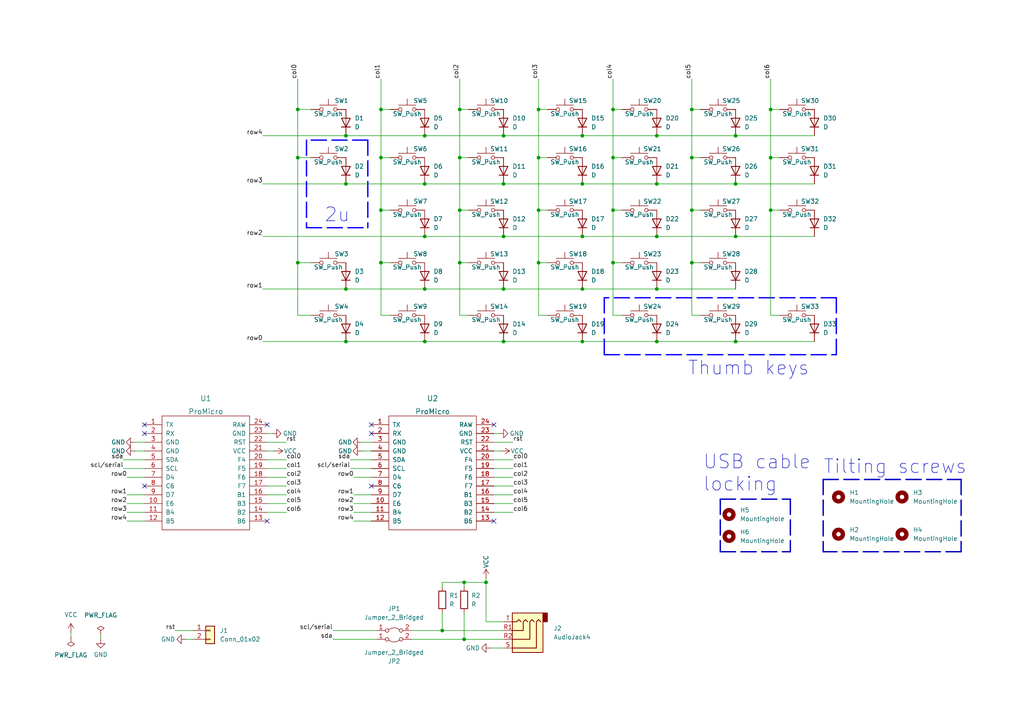
<source format=kicad_sch>
(kicad_sch (version 20211123) (generator eeschema)
  (paper "A4")
  (title_block (title "Ergodash-low") (date "2023-03-27") (rev "1.0"))
  (lib_symbols
    (symbol "Connector:AudioJack4"
      (property "Reference" "J" (at 0 8.89 0))
      (property "Value" "AudioJack4" (at 0 6.35 0))
      (symbol "AudioJack4_0_1"
        (rectangle (start -6.35 -5.08) (end -7.62 -7.62) (stroke (width 0.254)) (fill (type outline)))
        (polyline (pts (xy 0 -5.08) (xy 0.635 -5.715) (xy 1.27 -5.08) (xy 2.54 -5.08)) (stroke (width 0.254)))
        (polyline (pts (xy -5.715 -5.08) (xy -5.08 -5.715) (xy -4.445 -5.08) (xy -4.445 2.54) (xy 2.54 2.54)) (stroke (width 0.254)))
        (polyline (pts (xy -1.905 -5.08) (xy -1.27 -5.715) (xy -0.635 -5.08) (xy -0.635 -2.54) (xy 2.54 -2.54)) (stroke (width 0.254)))
        (polyline (pts (xy 2.54 0) (xy -2.54 0) (xy -2.54 -5.08) (xy -3.175 -5.715) (xy -3.81 -5.08)) (stroke (width 0.254)))
        (rectangle (start 2.54 3.81) (end -6.35 -7.62) (stroke (width 0.254)) (fill (type background)))
      )
      (symbol "AudioJack4_1_1"
        (pin passive line (at 5.08 -2.54 180) (length 2.54) (name "~") (number "R1"))
        (pin passive line (at 5.08 0 180) (length 2.54) (name "~") (number "R2"))
        (pin passive line (at 5.08 2.54 180) (length 2.54) (name "~") (number "S"))
        (pin passive line (at 5.08 -5.08 180) (length 2.54) (name "~") (number "T"))
      )
    )
    (symbol "Connector_Generic:Conn_01x02" (pin_names (offset 1.016) hide)
      (property "Reference" "J" (at 0 2.54 0))
      (property "Value" "Conn_01x02" (at 0 -5.08 0))
      (symbol "Conn_01x02_1_1"
        (rectangle (start -1.27 -2.413) (end 0 -2.667) (stroke (width 0.1524)))
        (rectangle (start -1.27 0.127) (end 0 -0.127) (stroke (width 0.1524)))
        (rectangle (start -1.27 1.27) (end 1.27 -3.81) (stroke (width 0.254)) (fill (type background)))
        (pin passive line (at -5.08 0 0) (length 3.81) (name "Pin_1") (number "1"))
        (pin passive line (at -5.08 -2.54 0) (length 3.81) (name "Pin_2") (number "2"))
      )
    )
    (symbol "Device:D" (pin_numbers hide) (pin_names (offset 1.016) hide)
      (property "Reference" "D" (at 0 2.54 0))
      (property "Value" "D" (at 0 -2.54 0))
      (symbol "D_0_1"
        (polyline (pts (xy -1.27 1.27) (xy -1.27 -1.27)) (stroke (width 0.254)))
        (polyline (pts (xy 1.27 0) (xy -1.27 0)))
        (polyline (pts (xy 1.27 1.27) (xy 1.27 -1.27) (xy -1.27 0) (xy 1.27 1.27)) (stroke (width 0.254)))
      )
      (symbol "D_1_1"
        (pin passive line (at -3.81 0 0) (length 2.54) (name "K") (number "1"))
        (pin passive line (at 3.81 0 180) (length 2.54) (name "A") (number "2"))
      )
    )
    (symbol "Device:R" (pin_numbers hide) (pin_names (offset 0))
      (property "Reference" "R" (at 2.032 0 90))
      (property "Value" "R" (at 0 0 90))
      (symbol "R_0_1"
        (rectangle (start -1.016 -2.54) (end 1.016 2.54) (stroke (width 0.254)))
      )
      (symbol "R_1_1"
        (pin passive line (at 0 3.81 270) (length 1.27) (name "~") (number "1"))
        (pin passive line (at 0 -3.81 90) (length 1.27) (name "~") (number "2"))
      )
    )
    (symbol "Jumper:Jumper_2_Bridged" (pin_names (offset 0) hide)
      (property "Reference" "JP" (at 0 1.905 0))
      (property "Value" "Jumper_2_Bridged" (at 0 -2.54 0))
      (symbol "Jumper_2_Bridged_0_0"
        (circle (center -2.032 0) (radius 0.508))
        (circle (center 2.032 0) (radius 0.508))
      )
      (symbol "Jumper_2_Bridged_0_1"
        (arc (start 1.524 0.254) (mid 0 0.762) (end -1.524 0.254))
      )
      (symbol "Jumper_2_Bridged_1_1"
        (pin passive line (at -5.08 0 0) (length 2.54) (name "A") (number "1"))
        (pin passive line (at 5.08 0 180) (length 2.54) (name "B") (number "2"))
      )
    )
    (symbol "Mechanical:MountingHole" (pin_names (offset 1.016))
      (property "Reference" "H" (at 0 5.08 0))
      (property "Value" "MountingHole" (at 0 3.175 0))
      (symbol "MountingHole_0_1"
        (circle (center 0 0) (radius 1.27) (stroke (width 1.27)))
      )
    )
    (symbol "Switch:SW_Push" (pin_numbers hide) (pin_names (offset 1.016) hide)
      (property "Reference" "SW" (at 1.27 2.54 0))
      (property "Value" "SW_Push" (at 0 -1.524 0))
      (symbol "SW_Push_0_1"
        (circle (center -2.032 0) (radius 0.508))
        (polyline (pts (xy 0 1.27) (xy 0 3.048)))
        (polyline (pts (xy 2.54 1.27) (xy -2.54 1.27)))
        (circle (center 2.032 0) (radius 0.508))
        (pin passive line (at -5.08 0 0) (length 2.54) (name "1") (number "1"))
        (pin passive line (at 5.08 0 180) (length 2.54) (name "2") (number "2"))
      )
    )
    (symbol "power:GND" (power) (pin_names (offset 0))
      (property "Value" "GND" (at 0 -3.81 0))
      (symbol "GND_0_1"
        (polyline (pts (xy 0 0) (xy 0 -1.27) (xy 1.27 -1.27) (xy 0 -2.54) (xy -1.27 -1.27) (xy 0 -1.27)))
      )
      (symbol "GND_1_1"
        (pin power_in line (at 0 0 270) (length 0) hide (name "GND") (number "1"))
      )
    )
    (symbol "power:PWR_FLAG" (power) (pin_numbers hide) (pin_names (offset 0) hide)
      (property "Value" "PWR_FLAG" (at 0 3.81 0))
      (symbol "PWR_FLAG_0_0"
        (pin power_out line (at 0 0 90) (length 0) (name "pwr") (number "1"))
      )
      (symbol "PWR_FLAG_0_1"
        (polyline (pts (xy 0 0) (xy 0 1.27) (xy -1.016 1.905) (xy 0 2.54) (xy 1.016 1.905) (xy 0 1.27)))
      )
    )
    (symbol "power:VCC" (power) (pin_names (offset 0))
      (property "Value" "VCC" (at 0 3.81 0))
      (symbol "VCC_0_1"
        (polyline (pts (xy -0.762 1.27) (xy 0 2.54)))
        (polyline (pts (xy 0 0) (xy 0 2.54)))
        (polyline (pts (xy 0 2.54) (xy 0.762 1.27)))
      )
      (symbol "VCC_1_1"
        (pin power_in line (at 0 0 90) (length 0) hide (name "VCC") (number "1"))
      )
    )
    (symbol "promicro:ProMicro" (pin_names (offset 1.016))
      (property "Reference" "U" (at 0 24.13 0))
      (property "Value" "ProMicro" (at 0 -13.97 0))
      (symbol "ProMicro_0_1"
        (rectangle (start -12.7 21.59) (end 12.7 -11.43))
      )
      (symbol "ProMicro_1_1"
        (pin bidirectional line (at -17.78 19.05 0) (length 5.08) (name "TX") (number "1"))
        (pin bidirectional line (at -17.78 -3.81 0) (length 5.08) (name "E6") (number "10"))
        (pin bidirectional line (at -17.78 -6.35 0) (length 5.08) (name "B4") (number "11"))
        (pin bidirectional line (at -17.78 -8.89 0) (length 5.08) (name "B5") (number "12"))
        (pin bidirectional line (at 17.78 -8.89 180) (length 5.08) (name "B6") (number "13"))
        (pin bidirectional line (at 17.78 -6.35 180) (length 5.08) (name "B2") (number "14"))
        (pin bidirectional line (at 17.78 -3.81 180) (length 5.08) (name "B3") (number "15"))
        (pin bidirectional line (at 17.78 -1.27 180) (length 5.08) (name "B1") (number "16"))
        (pin bidirectional line (at 17.78 1.27 180) (length 5.08) (name "F7") (number "17"))
        (pin bidirectional line (at 17.78 3.81 180) (length 5.08) (name "F6") (number "18"))
        (pin bidirectional line (at 17.78 6.35 180) (length 5.08) (name "F5") (number "19"))
        (pin bidirectional line (at -17.78 16.51 0) (length 5.08) (name "RX") (number "2"))
        (pin bidirectional line (at 17.78 8.89 180) (length 5.08) (name "F4") (number "20"))
        (pin power_in line (at 17.78 11.43 180) (length 5.08) (name "VCC") (number "21"))
        (pin input line (at 17.78 13.97 180) (length 5.08) (name "RST") (number "22"))
        (pin power_in line (at 17.78 16.51 180) (length 5.08) (name "GND") (number "23"))
        (pin power_out line (at 17.78 19.05 180) (length 5.08) (name "RAW") (number "24"))
        (pin power_in line (at -17.78 13.97 0) (length 5.08) (name "GND") (number "3"))
        (pin power_in line (at -17.78 11.43 0) (length 5.08) (name "GND") (number "4"))
        (pin bidirectional line (at -17.78 8.89 0) (length 5.08) (name "SDA") (number "5"))
        (pin bidirectional line (at -17.78 6.35 0) (length 5.08) (name "SCL") (number "6"))
        (pin bidirectional line (at -17.78 3.81 0) (length 5.08) (name "D4") (number "7"))
        (pin bidirectional line (at -17.78 1.27 0) (length 5.08) (name "C6") (number "8"))
        (pin bidirectional line (at -17.78 -1.27 0) (length 5.08) (name "D7") (number "9"))
      )
    )
  )
  (junction (at 190.5 83.82))
  (junction (at 86.36 76.2))
  (junction (at 213.36 39.37))
  (junction (at 156.21 76.2))
  (junction (at 146.05 68.58))
  (junction (at 146.05 39.37))
  (junction (at 168.91 68.58))
  (junction (at 177.8 60.96))
  (junction (at 200.66 60.96))
  (junction (at 177.8 76.2))
  (junction (at 123.19 39.37))
  (junction (at 123.19 83.82))
  (junction (at 128.27 182.88))
  (junction (at 110.49 45.72))
  (junction (at 133.35 31.75))
  (junction (at 168.91 39.37))
  (junction (at 133.35 76.2))
  (junction (at 134.62 168.91))
  (junction (at 156.21 31.75))
  (junction (at 156.21 60.96))
  (junction (at 223.52 45.72))
  (junction (at 190.5 39.37))
  (junction (at 140.97 168.91))
  (junction (at 200.66 31.75))
  (junction (at 123.19 68.58))
  (junction (at 123.19 99.06))
  (junction (at 168.91 99.06))
  (junction (at 177.8 45.72))
  (junction (at 100.33 39.37))
  (junction (at 200.66 76.2))
  (junction (at 177.8 31.75))
  (junction (at 223.52 31.75))
  (junction (at 133.35 45.72))
  (junction (at 156.21 45.72))
  (junction (at 190.5 99.06))
  (junction (at 213.36 53.34))
  (junction (at 146.05 83.82))
  (junction (at 190.5 53.34))
  (junction (at 100.33 83.82))
  (junction (at 223.52 60.96))
  (junction (at 110.49 60.96))
  (junction (at 213.36 68.58))
  (junction (at 146.05 99.06))
  (junction (at 190.5 68.58))
  (junction (at 100.33 53.34))
  (junction (at 133.35 60.96))
  (junction (at 168.91 83.82))
  (junction (at 100.33 99.06))
  (junction (at 213.36 99.06))
  (junction (at 146.05 53.34))
  (junction (at 168.91 53.34))
  (junction (at 110.49 76.2))
  (junction (at 134.62 185.42))
  (junction (at 110.49 31.75))
  (junction (at 200.66 45.72))
  (junction (at 123.19 53.34))
  (junction (at 86.36 45.72))
  (junction (at 86.36 31.75))
  (no_connect (at 77.47 151.13))
  (no_connect (at 107.696 123.19))
  (no_connect (at 107.696 140.97))
  (no_connect (at 41.91 123.19))
  (no_connect (at 41.91 140.97))
  (no_connect (at 143.256 123.19))
  (no_connect (at 107.696 125.73))
  (no_connect (at 77.47 123.19))
  (no_connect (at 143.256 151.13))
  (no_connect (at 41.91 125.73))
  (wire (pts (xy 213.36 68.58) (xy 236.22 68.58)))
  (wire (pts (xy 50.8 182.88) (xy 55.88 182.88)))
  (wire (pts (xy 29.21 184.15) (xy 29.21 185.42)))
  (wire (pts (xy 96.52 185.42) (xy 109.22 185.42)))
  (wire (pts (xy 86.36 22.86) (xy 86.36 31.75)))
  (wire (pts (xy 177.8 22.86) (xy 177.8 31.75)))
  (wire (pts (xy 223.52 22.86) (xy 223.52 31.75)))
  (wire (pts (xy 175.26 102.87) (xy 242.57 102.87)) (stroke (width 0.4) (type dash) (color 11 1 255 1)))
  (wire (pts (xy 223.52 91.44) (xy 226.06 91.44)))
  (wire (pts (xy 128.27 168.91) (xy 134.62 168.91)))
  (wire (pts (xy 76.2 99.06) (xy 100.33 99.06)))
  (wire (pts (xy 200.66 45.72) (xy 203.2 45.72)))
  (wire (pts (xy 190.5 68.58) (xy 213.36 68.58)))
  (wire (pts (xy 200.66 31.75) (xy 200.66 45.72)))
  (wire (pts (xy 135.89 91.44) (xy 133.35 91.44)))
  (wire (pts (xy 133.35 45.72) (xy 135.89 45.72)))
  (wire (pts (xy 83.058 148.59) (xy 77.47 148.59)))
  (wire (pts (xy 96.52 182.88) (xy 109.22 182.88)))
  (wire (pts (xy 86.36 76.2) (xy 86.36 91.44)))
  (wire (pts (xy 76.2 39.37) (xy 100.33 39.37)))
  (wire (pts (xy 133.35 31.75) (xy 133.35 45.72)))
  (wire (pts (xy 156.21 76.2) (xy 158.75 76.2)))
  (wire (pts (xy 177.8 60.96) (xy 180.34 60.96)))
  (wire (pts (xy 110.49 31.75) (xy 110.49 45.72)))
  (wire (pts (xy 110.49 76.2) (xy 113.03 76.2)))
  (wire (pts (xy 133.35 31.75) (xy 135.89 31.75)))
  (wire (pts (xy 36.83 146.05) (xy 41.91 146.05)))
  (wire (pts (xy 83.058 133.35) (xy 77.47 133.35)))
  (wire (pts (xy 223.52 45.72) (xy 223.52 60.96)))
  (wire (pts (xy 86.36 31.75) (xy 90.17 31.75)))
  (wire (pts (xy 86.36 76.2) (xy 90.17 76.2)))
  (wire (pts (xy 100.33 99.06) (xy 123.19 99.06)))
  (polyline (pts (xy 278.765 160.02) (xy 238.76 160.02)) (stroke (width 0.4)))
  (wire (pts (xy 100.33 53.34) (xy 123.19 53.34)))
  (polyline (pts (xy 229.235 144.78) (xy 229.235 160.02)) (stroke (width 0.4)))
  (wire (pts (xy 83.058 128.27) (xy 77.47 128.27)))
  (wire (pts (xy 223.52 45.72) (xy 226.06 45.72)))
  (wire (pts (xy 110.49 22.86) (xy 110.49 31.75)))
  (wire (pts (xy 79.502 130.81) (xy 77.47 130.81)))
  (wire (pts (xy 200.66 22.86) (xy 200.66 31.75)))
  (wire (pts (xy 146.05 83.82) (xy 168.91 83.82)))
  (wire (pts (xy 102.616 143.51) (xy 107.696 143.51)))
  (wire (pts (xy 133.35 60.96) (xy 135.89 60.96)))
  (wire (pts (xy 144.78 125.73) (xy 143.256 125.73)))
  (wire (pts (xy 223.52 31.75) (xy 223.52 45.72)))
  (polyline (pts (xy 208.915 144.78) (xy 208.915 160.02)) (stroke (width 0.4)))
  (wire (pts (xy 83.058 138.43) (xy 77.47 138.43)))
  (wire (pts (xy 200.66 60.96) (xy 200.66 76.2)))
  (wire (pts (xy 168.91 68.58) (xy 190.5 68.58)))
  (wire (pts (xy 242.57 86.36) (xy 175.26 86.36)) (stroke (width 0.4) (type dash) (color 11 1 255 1)))
  (wire (pts (xy 156.21 60.96) (xy 156.21 76.2)))
  (wire (pts (xy 119.38 185.42) (xy 134.62 185.42)))
  (wire (pts (xy 242.57 86.36) (xy 242.57 102.87)) (stroke (width 0.4) (type dash) (color 11 1 255 1)))
  (wire (pts (xy 39.116 128.27) (xy 41.91 128.27)))
  (wire (pts (xy 200.66 76.2) (xy 200.66 91.44)))
  (wire (pts (xy 123.19 83.82) (xy 146.05 83.82)))
  (polyline (pts (xy 208.915 144.78) (xy 229.235 144.78)) (stroke (width 0.4)))
  (wire (pts (xy 168.91 99.06) (xy 190.5 99.06)))
  (wire (pts (xy 110.49 45.72) (xy 113.03 45.72)))
  (wire (pts (xy 110.49 60.96) (xy 113.03 60.96)))
  (wire (pts (xy 36.83 138.43) (xy 41.91 138.43)))
  (wire (pts (xy 83.058 135.89) (xy 77.47 135.89)))
  (wire (pts (xy 86.36 91.44) (xy 90.17 91.44)))
  (wire (pts (xy 36.83 148.59) (xy 41.91 148.59)))
  (wire (pts (xy 190.5 99.06) (xy 213.36 99.06)))
  (wire (pts (xy 101.6 133.35) (xy 107.696 133.35)))
  (wire (pts (xy 140.97 168.91) (xy 140.97 167.64)))
  (wire (pts (xy 86.36 45.72) (xy 86.36 76.2)))
  (wire (pts (xy 128.27 182.88) (xy 146.05 182.88)))
  (wire (pts (xy 177.8 91.44) (xy 180.34 91.44)))
  (wire (pts (xy 177.8 45.72) (xy 177.8 60.96)))
  (wire (pts (xy 223.52 31.75) (xy 226.06 31.75)))
  (wire (pts (xy 53.848 185.42) (xy 55.88 185.42)))
  (wire (pts (xy 119.38 182.88) (xy 128.27 182.88)))
  (wire (pts (xy 156.21 60.96) (xy 158.75 60.96)))
  (wire (pts (xy 83.058 146.05) (xy 77.47 146.05)))
  (wire (pts (xy 146.05 99.06) (xy 168.91 99.06)))
  (wire (pts (xy 148.844 138.43) (xy 143.256 138.43)))
  (wire (pts (xy 104.902 128.27) (xy 107.696 128.27)))
  (polyline (pts (xy 238.76 139.065) (xy 278.765 139.065)) (stroke (width 0.4)))
  (wire (pts (xy 133.35 60.96) (xy 133.35 76.2)))
  (wire (pts (xy 110.49 60.96) (xy 110.49 76.2)))
  (wire (pts (xy 148.844 135.89) (xy 143.256 135.89)))
  (wire (pts (xy 148.844 148.59) (xy 143.256 148.59)))
  (wire (pts (xy 200.66 31.75) (xy 203.2 31.75)))
  (wire (pts (xy 106.68 40.64) (xy 88.9 40.64)) (stroke (width 0.4) (type dash) (color 11 1 255 1)))
  (wire (pts (xy 168.91 39.37) (xy 190.5 39.37)))
  (wire (pts (xy 213.36 39.37) (xy 236.22 39.37)))
  (wire (pts (xy 148.844 133.35) (xy 143.256 133.35)))
  (wire (pts (xy 148.844 140.97) (xy 143.256 140.97)))
  (wire (pts (xy 148.844 128.27) (xy 143.256 128.27)))
  (wire (pts (xy 148.844 146.05) (xy 143.256 146.05)))
  (wire (pts (xy 76.2 83.82) (xy 100.33 83.82)))
  (wire (pts (xy 123.19 39.37) (xy 146.05 39.37)))
  (wire (pts (xy 88.9 40.64) (xy 88.9 66.04)) (stroke (width 0.4) (type dash) (color 11 1 255 1)))
  (wire (pts (xy 123.19 68.58) (xy 146.05 68.58)))
  (wire (pts (xy 145.288 130.81) (xy 143.256 130.81)))
  (wire (pts (xy 35.814 133.35) (xy 41.91 133.35)))
  (wire (pts (xy 36.83 151.13) (xy 41.91 151.13)))
  (wire (pts (xy 104.902 130.81) (xy 107.696 130.81)))
  (polyline (pts (xy 278.765 139.065) (xy 278.765 160.02)) (stroke (width 0.4)))
  (wire (pts (xy 106.68 40.64) (xy 106.68 66.04)) (stroke (width 0.4) (type dash) (color 11 1 255 1)))
  (wire (pts (xy 177.8 31.75) (xy 180.34 31.75)))
  (wire (pts (xy 140.97 180.34) (xy 140.97 168.91)))
  (wire (pts (xy 177.8 76.2) (xy 180.34 76.2)))
  (polyline (pts (xy 208.915 160.02) (xy 229.235 160.02)) (stroke (width 0.4)))
  (wire (pts (xy 88.9 66.04) (xy 106.68 66.04)) (stroke (width 0.4) (type dash) (color 11 1 255 1)))
  (wire (pts (xy 200.66 45.72) (xy 200.66 60.96)))
  (wire (pts (xy 86.36 31.75) (xy 86.36 45.72)))
  (wire (pts (xy 102.616 151.13) (xy 107.696 151.13)))
  (wire (pts (xy 190.5 53.34) (xy 213.36 53.34)))
  (wire (pts (xy 133.35 76.2) (xy 133.35 91.44)))
  (wire (pts (xy 90.17 45.72) (xy 86.36 45.72)))
  (wire (pts (xy 168.91 53.34) (xy 190.5 53.34)))
  (wire (pts (xy 146.05 68.58) (xy 168.91 68.58)))
  (wire (pts (xy 134.62 177.8) (xy 134.62 185.42)))
  (wire (pts (xy 83.058 143.51) (xy 77.47 143.51)))
  (wire (pts (xy 35.814 135.89) (xy 41.91 135.89)))
  (wire (pts (xy 76.2 68.58) (xy 123.19 68.58)))
  (wire (pts (xy 83.058 140.97) (xy 77.47 140.97)))
  (wire (pts (xy 128.27 170.18) (xy 128.27 168.91)))
  (wire (pts (xy 177.8 45.72) (xy 180.34 45.72)))
  (wire (pts (xy 20.574 184.912) (xy 20.574 183.388)))
  (wire (pts (xy 100.33 83.82) (xy 123.19 83.82)))
  (wire (pts (xy 223.52 60.96) (xy 223.52 91.44)))
  (wire (pts (xy 177.8 76.2) (xy 177.8 91.44)))
  (wire (pts (xy 168.91 83.82) (xy 190.5 83.82)))
  (wire (pts (xy 123.19 99.06) (xy 146.05 99.06)))
  (wire (pts (xy 113.03 91.44) (xy 110.49 91.44)))
  (wire (pts (xy 102.616 148.59) (xy 107.696 148.59)))
  (wire (pts (xy 177.8 31.75) (xy 177.8 45.72)))
  (wire (pts (xy 223.52 60.96) (xy 226.06 60.96)))
  (wire (pts (xy 146.05 53.34) (xy 168.91 53.34)))
  (wire (pts (xy 146.05 180.34) (xy 140.97 180.34)))
  (wire (pts (xy 134.62 168.91) (xy 140.97 168.91)))
  (wire (pts (xy 148.844 143.51) (xy 143.256 143.51)))
  (wire (pts (xy 156.21 76.2) (xy 156.21 91.44)))
  (wire (pts (xy 146.05 39.37) (xy 168.91 39.37)))
  (wire (pts (xy 133.35 45.72) (xy 133.35 60.96)))
  (wire (pts (xy 200.66 91.44) (xy 203.2 91.44)))
  (wire (pts (xy 177.8 60.96) (xy 177.8 76.2)))
  (wire (pts (xy 213.36 53.34) (xy 236.22 53.34)))
  (wire (pts (xy 110.49 31.75) (xy 113.03 31.75)))
  (wire (pts (xy 39.116 130.81) (xy 41.91 130.81)))
  (wire (pts (xy 110.49 76.2) (xy 110.49 91.44)))
  (wire (pts (xy 101.6 135.89) (xy 107.696 135.89)))
  (wire (pts (xy 134.62 185.42) (xy 146.05 185.42)))
  (wire (pts (xy 102.616 138.43) (xy 107.696 138.43)))
  (wire (pts (xy 135.89 76.2) (xy 133.35 76.2)))
  (wire (pts (xy 200.66 76.2) (xy 203.2 76.2)))
  (wire (pts (xy 100.33 39.37) (xy 123.19 39.37)))
  (wire (pts (xy 110.49 45.72) (xy 110.49 60.96)))
  (wire (pts (xy 134.62 170.18) (xy 134.62 168.91)))
  (wire (pts (xy 123.19 53.34) (xy 146.05 53.34)))
  (wire (pts (xy 156.21 22.86) (xy 156.21 31.75)))
  (wire (pts (xy 36.83 143.51) (xy 41.91 143.51)))
  (wire (pts (xy 78.994 125.73) (xy 77.47 125.73)))
  (wire (pts (xy 102.616 146.05) (xy 107.696 146.05)))
  (wire (pts (xy 156.21 31.75) (xy 158.75 31.75)))
  (wire (pts (xy 213.36 99.06) (xy 236.22 99.06)))
  (wire (pts (xy 128.27 177.8) (xy 128.27 182.88)))
  (wire (pts (xy 76.2 53.34) (xy 100.33 53.34)))
  (wire (pts (xy 190.5 39.37) (xy 213.36 39.37)))
  (wire (pts (xy 190.5 83.82) (xy 213.36 83.82)))
  (wire (pts (xy 156.21 31.75) (xy 156.21 45.72)))
  (wire (pts (xy 133.35 22.86) (xy 133.35 31.75)))
  (wire (pts (xy 175.26 86.36) (xy 175.26 102.87)) (stroke (width 0.4) (type dash) (color 11 1 255 1)))
  (wire (pts (xy 200.66 60.96) (xy 203.2 60.96)))
  (wire (pts (xy 156.21 45.72) (xy 156.21 60.96)))
  (wire (pts (xy 156.21 45.72) (xy 158.75 45.72)))
  (wire (pts (xy 158.75 91.44) (xy 156.21 91.44)))
  (wire (pts (xy 142.24 187.96) (xy 146.05 187.96)))
  (polyline (pts (xy 238.76 139.065) (xy 238.76 160.02)) (stroke (width 0.4)))
  (text "2u\n" (at 93.98 64.77 0) (effects (font (size 4 4)) (justify left bottom)))
  (text "USB cable\nlocking" (at 203.835 142.875 0) (effects (font (size 4 4)) (justify left bottom)))
  (text "Tilting screws" (at 238.76 137.795 0) (effects (font (size 4 4)) (justify left bottom)))
  (text "Thumb keys" (at 199.39 109.22 0) (effects (font (size 4 4)) (justify left bottom)))
  (label "col1" (at 110.49 22.86 90))
  (label "row0" (at 102.616 138.43 180))
  (label "col6" (at 83.058 148.59 0))
  (label "col1" (at 148.844 135.89 0))
  (label "col3" (at 156.21 22.86 90))
  (label "row3" (at 76.2 53.34 180))
  (label "col5" (at 83.058 146.05 0))
  (label "row2" (at 36.83 146.05 180))
  (label "col2" (at 148.844 138.43 0))
  (label "col3" (at 148.844 140.97 0))
  (label "sda" (at 96.52 185.42 180))
  (label "col3" (at 83.058 140.97 0))
  (label "col2" (at 83.058 138.43 0))
  (label "scl{slash}serial" (at 35.814 135.89 180))
  (label "rst" (at 148.844 128.27 0))
  (label "row4" (at 102.616 151.13 180))
  (label "row1" (at 102.616 143.51 180))
  (label "row0" (at 36.83 138.43 180))
  (label "col4" (at 177.8 22.86 90))
  (label "col0" (at 86.36 22.86 90))
  (label "row1" (at 36.83 143.51 180))
  (label "row4" (at 76.2 39.37 180))
  (label "sda" (at 101.6 133.35 180))
  (label "col5" (at 200.66 22.86 90))
  (label "col4" (at 148.844 143.51 0))
  (label "row4" (at 36.83 151.13 180))
  (label "scl{slash}serial" (at 96.52 182.88 180))
  (label "col6" (at 223.52 22.86 90))
  (label "col1" (at 83.058 135.89 0))
  (label "row3" (at 36.83 148.59 180))
  (label "rst" (at 83.058 128.27 0))
  (label "row3" (at 102.616 148.59 180))
  (label "col2" (at 133.35 22.86 90))
  (label "row0" (at 76.2 99.06 180))
  (label "col0" (at 148.844 133.35 0))
  (label "col0" (at 83.058 133.35 0))
  (label "row1" (at 76.2 83.82 180))
  (label "col4" (at 83.058 143.51 0))
  (label "col5" (at 148.844 146.05 0))
  (label "col6" (at 148.844 148.59 0))
  (label "rst" (at 50.8 182.88 180))
  (label "sda" (at 35.814 133.35 180))
  (label "row2" (at 102.616 146.05 180))
  (label "row2" (at 76.2 68.58 180))
  (label "scl{slash}serial" (at 101.6 135.89 180))
  (symbol (lib_id "Switch:SW_Push") (at 163.83 31.75 0) (unit 1)
    (property "Reference" "SW15" (at 167.64 29.21 0))
    (property "Value" "SW_Push" (at 163.83 33.02 0))
    (property "Footprint" "local-lib:gateron_ks27_reversible" (effects hide))
  )
  (symbol (lib_id "Device:D") (at 123.19 64.77 90) (unit 1)
    (property "Reference" "D7" (at 125.73 63.4999 90) (effects (justify right)))
    (property "Value" "D" (at 125.73 66.0399 90) (effects (justify right)))
    (property "Footprint" "local-lib:D_SOD-123-reversible" (effects hide))
  )
  (symbol (lib_id "Device:D") (at 168.91 95.25 90) (unit 1)
    (property "Reference" "D19" (at 171.45 93.9799 90) (effects (justify right)))
    (property "Value" "D" (at 171.45 96.5199 90) (effects (justify right)))
    (property "Footprint" "local-lib:D_SOD-123-reversible" (effects hide))
  )
  (symbol (lib_id "Device:D") (at 168.91 49.53 90) (unit 1)
    (property "Reference" "D16" (at 171.45 48.2599 90) (effects (justify right)))
    (property "Value" "D" (at 171.45 50.7999 90) (effects (justify right)))
    (property "Footprint" "local-lib:D_SOD-123-reversible" (effects hide))
  )
  (symbol (lib_id "Switch:SW_Push") (at 140.97 31.75 0) (unit 1)
    (property "Reference" "SW10" (at 144.78 29.21 0))
    (property "Value" "SW_Push" (at 140.97 33.02 0))
    (property "Footprint" "local-lib:gateron_ks27_reversible" (effects hide))
  )
  (symbol (lib_id "Device:D") (at 123.19 95.25 90) (unit 1)
    (property "Reference" "D9" (at 125.73 93.9799 90) (effects (justify right)))
    (property "Value" "D" (at 125.73 96.5199 90) (effects (justify right)))
    (property "Footprint" "local-lib:D_SOD-123-reversible" (effects hide))
  )
  (symbol (lib_id "Device:D") (at 100.33 35.56 90) (unit 1)
    (property "Reference" "D1" (at 102.87 34.2899 90) (effects (justify right)))
    (property "Value" "D" (at 102.87 36.8299 90) (effects (justify right)))
    (property "Footprint" "local-lib:D_SOD-123-reversible" (effects hide))
  )
  (symbol (lib_id "Switch:SW_Push") (at 208.28 60.96 0) (unit 1)
    (property "Reference" "SW27" (at 212.09 58.42 0))
    (property "Value" "SW_Push" (at 208.28 62.23 0))
    (property "Footprint" "local-lib:gateron_ks27_reversible" (effects hide))
  )
  (symbol (lib_id "Jumper:Jumper_2_Bridged") (at 114.3 185.42 0) (mirror x) (unit 1)
    (property "Reference" "JP2" (at 114.3 191.77 0))
    (property "Value" "Jumper_2_Bridged" (at 114.3 189.23 0))
    (property "Footprint" "Jumper:SolderJumper-2_P1.3mm_Bridged_RoundedPad1.0x1.5mm" (effects hide))
  )
  (symbol (lib_id "Switch:SW_Push") (at 185.42 76.2 0) (unit 1)
    (property "Reference" "SW23" (at 189.23 73.66 0))
    (property "Value" "SW_Push" (at 185.42 77.47 0))
    (property "Footprint" "local-lib:gateron_ks27_reversible" (effects hide))
  )
  (symbol (lib_id "Device:D") (at 213.36 80.01 90) (unit 1)
    (property "Reference" "D28" (at 215.9 78.7399 90) (effects (justify right)))
    (property "Value" "D" (at 215.9 81.2799 90) (effects (justify right)))
    (property "Footprint" "local-lib:D_SOD-123-reversible" (effects hide))
  )
  (symbol (lib_id "Device:D") (at 123.19 49.53 90) (unit 1)
    (property "Reference" "D6" (at 125.73 48.2599 90) (effects (justify right)))
    (property "Value" "D" (at 125.73 50.7999 90) (effects (justify right)))
    (property "Footprint" "local-lib:D_SOD-123-reversible" (effects hide))
  )
  (symbol (lib_id "Device:R") (at 128.27 173.99 0) (unit 1)
    (property "Reference" "R1" (at 130.302 172.7199 0) (effects (justify left)))
    (property "Value" "R" (at 130.302 175.2599 0) (effects (justify left)))
    (property "Footprint" "Resistor_SMD:R_0603_1608Metric_Pad0.98x0.95mm_HandSolder" (effects hide))
  )
  (symbol (lib_id "Device:D") (at 146.05 95.25 90) (unit 1)
    (property "Reference" "D14" (at 148.59 93.9799 90) (effects (justify right)))
    (property "Value" "D" (at 148.59 96.5199 90) (effects (justify right)))
    (property "Footprint" "local-lib:D_SOD-123-reversible" (effects hide))
  )
  (symbol (lib_id "Switch:SW_Push") (at 118.11 76.2 0) (unit 1)
    (property "Reference" "SW8" (at 121.92 73.66 0))
    (property "Value" "SW_Push" (at 118.11 77.47 0))
    (property "Footprint" "local-lib:gateron_ks27_reversible" (effects hide))
  )
  (symbol (lib_id "power:GND") (at 144.78 125.73 90) (unit 1)
    (property "Reference" "#PWR012" (effects hide))
    (property "Value" "GND" (at 147.828 125.73 90) (effects (justify right)))
  )
  (symbol (lib_id "Switch:SW_Push") (at 231.14 60.96 0) (unit 1)
    (property "Reference" "SW32" (at 234.95 58.42 0))
    (property "Value" "SW_Push" (at 231.14 62.23 0))
    (property "Footprint" "local-lib:gateron_ks27_reversible" (effects hide))
  )
  (symbol (lib_id "Mechanical:MountingHole") (at 243.205 144.145 0) (unit 1)
    (property "Reference" "H1" (at 246.38 142.8749 0) (effects (justify left)))
    (property "Value" "MountingHole" (at 246.38 145.4149 0) (effects (justify left)))
    (property "Footprint" "MountingHole:MountingHole_5.3mm_M5" (effects hide))
  )
  (symbol (lib_id "Switch:SW_Push") (at 140.97 60.96 0) (unit 1)
    (property "Reference" "SW12" (at 144.78 58.42 0))
    (property "Value" "SW_Push" (at 140.97 62.23 0))
    (property "Footprint" "local-lib:gateron_ks27_reversible" (effects hide))
  )
  (symbol (lib_id "Switch:SW_Push") (at 231.14 31.75 0) (unit 1)
    (property "Reference" "SW30" (at 234.95 29.21 0))
    (property "Value" "SW_Push" (at 231.14 33.02 0))
    (property "Footprint" "local-lib:gateron_ks27_reversible" (effects hide))
  )
  (symbol (lib_id "Device:D") (at 213.36 35.56 90) (unit 1)
    (property "Reference" "D25" (at 215.9 34.2899 90) (effects (justify right)))
    (property "Value" "D" (at 215.9 36.8299 90) (effects (justify right)))
    (property "Footprint" "local-lib:D_SOD-123-reversible" (effects hide))
  )
  (symbol (lib_id "Device:D") (at 100.33 95.25 90) (unit 1)
    (property "Reference" "D4" (at 102.87 93.9799 90) (effects (justify right)))
    (property "Value" "D" (at 102.87 96.5199 90) (effects (justify right)))
    (property "Footprint" "local-lib:D_SOD-123-reversible" (effects hide))
  )
  (symbol (lib_id "Switch:SW_Push") (at 140.97 76.2 0) (unit 1)
    (property "Reference" "SW13" (at 144.78 73.66 0))
    (property "Value" "SW_Push" (at 140.97 77.47 0))
    (property "Footprint" "local-lib:gateron_ks27_reversible" (effects hide))
  )
  (symbol (lib_id "Switch:SW_Push") (at 208.28 45.72 0) (unit 1)
    (property "Reference" "SW26" (at 212.09 43.18 0))
    (property "Value" "SW_Push" (at 208.28 46.99 0))
    (property "Footprint" "local-lib:gateron_ks27_reversible" (effects hide))
  )
  (symbol (lib_id "Switch:SW_Push") (at 140.97 91.44 0) (unit 1)
    (property "Reference" "SW14" (at 144.78 88.9 0))
    (property "Value" "SW_Push" (at 140.97 92.71 0))
    (property "Footprint" "local-lib:gateron_ks27_reversible" (effects hide))
  )
  (symbol (lib_id "Switch:SW_Push") (at 185.42 91.44 0) (unit 1)
    (property "Reference" "SW24" (at 189.23 88.9 0))
    (property "Value" "SW_Push" (at 185.42 92.71 0))
    (property "Footprint" "local-lib:gateron_ks27_reversible" (effects hide))
  )
  (symbol (lib_id "Mechanical:MountingHole") (at 261.62 144.145 0) (unit 1)
    (property "Reference" "H3" (at 264.795 142.8749 0) (effects (justify left)))
    (property "Value" "MountingHole" (at 264.795 145.4149 0) (effects (justify left)))
    (property "Footprint" "MountingHole:MountingHole_5.3mm_M5" (effects hide))
  )
  (symbol (lib_id "Device:D") (at 213.36 64.77 90) (unit 1)
    (property "Reference" "D27" (at 215.9 63.4999 90) (effects (justify right)))
    (property "Value" "D" (at 215.9 66.0399 90) (effects (justify right)))
    (property "Footprint" "local-lib:D_SOD-123-reversible" (effects hide))
  )
  (symbol (lib_id "Device:D") (at 213.36 49.53 90) (unit 1)
    (property "Reference" "D26" (at 215.9 48.2599 90) (effects (justify right)))
    (property "Value" "D" (at 215.9 50.7999 90) (effects (justify right)))
    (property "Footprint" "local-lib:D_SOD-123-reversible" (effects hide))
  )
  (symbol (lib_id "power:VCC") (at 140.97 167.64 0) (unit 1)
    (property "Reference" "#PWR010" (effects hide))
    (property "Value" "VCC" (at 140.97 164.846 90) (effects (justify left)))
  )
  (symbol (lib_id "Switch:SW_Push") (at 163.83 45.72 0) (unit 1)
    (property "Reference" "SW16" (at 167.64 43.18 0))
    (property "Value" "SW_Push" (at 163.83 46.99 0))
    (property "Footprint" "local-lib:gateron_ks27_reversible" (effects hide))
  )
  (symbol (lib_id "promicro:ProMicro") (at 125.476 142.24 0) (unit 1)
    (property "Reference" "U2" (at 125.476 115.57 0) (effects (font (size 1.524 1.524))))
    (property "Value" "ProMicro" (at 125.476 119.38 0) (effects (font (size 1.524 1.524))))
    (property "Footprint" "local-lib:ProMicro" (effects hide))
  )
  (symbol (lib_id "Switch:SW_Push") (at 231.14 91.44 0) (unit 1)
    (property "Reference" "SW33" (at 234.95 88.9 0))
    (property "Value" "SW_Push" (at 231.14 92.71 0))
    (property "Footprint" "local-lib:gateron_ks27_reversible_stabilizer" (effects hide))
  )
  (symbol (lib_id "Switch:SW_Push") (at 163.83 76.2 0) (unit 1)
    (property "Reference" "SW18" (at 167.64 73.66 0))
    (property "Value" "SW_Push" (at 163.83 77.47 0))
    (property "Footprint" "local-lib:gateron_ks27_reversible" (effects hide))
  )
  (symbol (lib_id "Device:D") (at 190.5 49.53 90) (unit 1)
    (property "Reference" "D21" (at 193.04 48.2599 90) (effects (justify right)))
    (property "Value" "D" (at 193.04 50.7999 90) (effects (justify right)))
    (property "Footprint" "local-lib:D_SOD-123-reversible" (effects hide))
  )
  (symbol (lib_id "Switch:SW_Push") (at 163.83 91.44 0) (unit 1)
    (property "Reference" "SW19" (at 167.64 88.9 0))
    (property "Value" "SW_Push" (at 163.83 92.71 0))
    (property "Footprint" "local-lib:gateron_ks27_reversible" (effects hide))
  )
  (symbol (lib_id "power:PWR_FLAG") (at 29.21 184.15 0) (unit 1)
    (property "Reference" "#FLG02" (effects hide))
    (property "Value" "PWR_FLAG" (at 29.21 178.435 0))
  )
  (symbol (lib_id "power:GND") (at 78.994 125.73 90) (unit 1)
    (property "Reference" "#PWR06" (effects hide))
    (property "Value" "GND" (at 82.042 125.73 90) (effects (justify right)))
  )
  (symbol (lib_id "Device:D") (at 190.5 35.56 90) (unit 1)
    (property "Reference" "D20" (at 193.04 34.2899 90) (effects (justify right)))
    (property "Value" "D" (at 193.04 36.8299 90) (effects (justify right)))
    (property "Footprint" "local-lib:D_SOD-123-reversible" (effects hide))
  )
  (symbol (lib_id "Switch:SW_Push") (at 163.83 60.96 0) (unit 1)
    (property "Reference" "SW17" (at 167.64 58.42 0))
    (property "Value" "SW_Push" (at 163.83 62.23 0))
    (property "Footprint" "local-lib:gateron_ks27_reversible" (effects hide))
  )
  (symbol (lib_id "Device:D") (at 123.19 80.01 90) (unit 1)
    (property "Reference" "D8" (at 125.73 78.7399 90) (effects (justify right)))
    (property "Value" "D" (at 125.73 81.2799 90) (effects (justify right)))
    (property "Footprint" "local-lib:D_SOD-123-reversible" (effects hide))
  )
  (symbol (lib_id "Switch:SW_Push") (at 95.25 91.44 0) (unit 1)
    (property "Reference" "SW4" (at 99.06 88.9 0))
    (property "Value" "SW_Push" (at 95.25 92.71 0))
    (property "Footprint" "local-lib:gateron_ks27_reversible" (effects hide))
  )
  (symbol (lib_id "Device:D") (at 168.91 80.01 90) (unit 1)
    (property "Reference" "D18" (at 171.45 78.7399 90) (effects (justify right)))
    (property "Value" "D" (at 171.45 81.2799 90) (effects (justify right)))
    (property "Footprint" "local-lib:D_SOD-123-reversible" (effects hide))
  )
  (symbol (lib_id "Switch:SW_Push") (at 95.25 31.75 0) (unit 1)
    (property "Reference" "SW1" (at 99.06 29.21 0))
    (property "Value" "SW_Push" (at 95.25 33.02 0))
    (property "Footprint" "local-lib:gateron_ks27_reversible" (effects hide))
  )
  (symbol (lib_id "power:GND") (at 142.24 187.96 270) (unit 1)
    (property "Reference" "#PWR011" (effects hide))
    (property "Value" "GND" (at 139.192 187.96 90) (effects (justify right)))
  )
  (symbol (lib_id "power:VCC") (at 145.288 130.81 270) (unit 1)
    (property "Reference" "#PWR013" (effects hide))
    (property "Value" "VCC" (at 148.082 130.81 90) (effects (justify left)))
  )
  (symbol (lib_id "Device:D") (at 146.05 49.53 90) (unit 1)
    (property "Reference" "D11" (at 148.59 48.2599 90) (effects (justify right)))
    (property "Value" "D" (at 148.59 50.7999 90) (effects (justify right)))
    (property "Footprint" "local-lib:D_SOD-123-reversible" (effects hide))
  )
  (symbol (lib_id "Device:D") (at 213.36 95.25 90) (unit 1)
    (property "Reference" "D29" (at 215.9 93.9799 90) (effects (justify right)))
    (property "Value" "D" (at 215.9 96.5199 90) (effects (justify right)))
    (property "Footprint" "local-lib:D_SOD-123-reversible" (effects hide))
  )
  (symbol (lib_id "Mechanical:MountingHole") (at 243.205 154.94 0) (unit 1)
    (property "Reference" "H2" (at 246.38 153.6699 0) (effects (justify left)))
    (property "Value" "MountingHole" (at 246.38 156.2099 0) (effects (justify left)))
    (property "Footprint" "MountingHole:MountingHole_5.3mm_M5" (effects hide))
  )
  (symbol (lib_id "Switch:SW_Push") (at 185.42 60.96 0) (unit 1)
    (property "Reference" "SW22" (at 189.23 58.42 0))
    (property "Value" "SW_Push" (at 185.42 62.23 0))
    (property "Footprint" "local-lib:gateron_ks27_reversible" (effects hide))
  )
  (symbol (lib_id "Switch:SW_Push") (at 208.28 31.75 0) (unit 1)
    (property "Reference" "SW25" (at 212.09 29.21 0))
    (property "Value" "SW_Push" (at 208.28 33.02 0))
    (property "Footprint" "local-lib:gateron_ks27_reversible" (effects hide))
  )
  (symbol (lib_id "power:GND") (at 104.902 128.27 270) (unit 1)
    (property "Reference" "#PWR08" (effects hide))
    (property "Value" "GND" (at 98.044 128.27 90) (effects (justify left)))
  )
  (symbol (lib_id "Switch:SW_Push") (at 185.42 31.75 0) (unit 1)
    (property "Reference" "SW20" (at 189.23 29.21 0))
    (property "Value" "SW_Push" (at 185.42 33.02 0))
    (property "Footprint" "local-lib:gateron_ks27_reversible" (effects hide))
  )
  (symbol (lib_id "Mechanical:MountingHole") (at 211.455 155.575 0) (unit 1)
    (property "Reference" "H6" (at 214.63 154.3049 0) (effects (justify left)))
    (property "Value" "MountingHole" (at 214.63 156.8449 0) (effects (justify left)))
    (property "Footprint" "MountingHole:MountingHole_4mm" (effects hide))
  )
  (symbol (lib_id "Switch:SW_Push") (at 95.25 76.2 0) (unit 1)
    (property "Reference" "SW3" (at 99.06 73.66 0))
    (property "Value" "SW_Push" (at 95.25 77.47 0))
    (property "Footprint" "local-lib:gateron_ks27_reversible" (effects hide))
  )
  (symbol (lib_id "Device:D") (at 168.91 35.56 90) (unit 1)
    (property "Reference" "D15" (at 171.45 34.2899 90) (effects (justify right)))
    (property "Value" "D" (at 171.45 36.8299 90) (effects (justify right)))
    (property "Footprint" "local-lib:D_SOD-123-reversible" (effects hide))
  )
  (symbol (lib_id "Connector:AudioJack4") (at 151.13 185.42 180) (unit 1)
    (property "Reference" "J2" (at 160.528 182.2449 0) (effects (justify right)))
    (property "Value" "AudioJack4" (at 160.528 184.7849 0) (effects (justify right)))
    (property "Footprint" "local-lib:TRRS-PJ-320A-dual" (effects hide))
  )
  (symbol (lib_id "Switch:SW_Push") (at 208.28 76.2 0) (unit 1)
    (property "Reference" "SW28" (at 212.09 73.66 0))
    (property "Value" "SW_Push" (at 208.28 77.47 0))
    (property "Footprint" "local-lib:gateron_ks27_reversible" (effects hide))
  )
  (symbol (lib_id "Switch:SW_Push") (at 118.11 45.72 0) (unit 1)
    (property "Reference" "SW6" (at 121.92 43.18 0))
    (property "Value" "SW_Push" (at 118.11 46.99 0))
    (property "Footprint" "local-lib:gateron_ks27_reversible" (effects hide))
  )
  (symbol (lib_id "Switch:SW_Push") (at 118.11 60.96 0) (unit 1)
    (property "Reference" "SW7" (at 121.92 58.42 0))
    (property "Value" "SW_Push" (at 118.11 62.23 0))
    (property "Footprint" "local-lib:gateron_ks27_reversible" (effects hide))
  )
  (symbol (lib_id "promicro:ProMicro") (at 59.69 142.24 0) (unit 1)
    (property "Reference" "U1" (at 59.69 115.57 0) (effects (font (size 1.524 1.524))))
    (property "Value" "ProMicro" (at 59.69 119.38 0) (effects (font (size 1.524 1.524))))
    (property "Footprint" "local-lib:ProMicro" (effects hide))
  )
  (symbol (lib_id "Device:D") (at 190.5 64.77 90) (unit 1)
    (property "Reference" "D22" (at 193.04 63.4999 90) (effects (justify right)))
    (property "Value" "D" (at 193.04 66.0399 90) (effects (justify right)))
    (property "Footprint" "local-lib:D_SOD-123-reversible" (effects hide))
  )
  (symbol (lib_id "Device:D") (at 190.5 80.01 90) (unit 1)
    (property "Reference" "D23" (at 193.04 78.7399 90) (effects (justify right)))
    (property "Value" "D" (at 193.04 81.2799 90) (effects (justify right)))
    (property "Footprint" "local-lib:D_SOD-123-reversible" (effects hide))
  )
  (symbol (lib_id "Switch:SW_Push") (at 118.11 31.75 0) (unit 1)
    (property "Reference" "SW5" (at 121.92 29.21 0))
    (property "Value" "SW_Push" (at 118.11 33.02 0))
    (property "Footprint" "local-lib:gateron_ks27_reversible" (effects hide))
  )
  (symbol (lib_id "Switch:SW_Push") (at 118.11 91.44 0) (unit 1)
    (property "Reference" "SW9" (at 121.92 88.9 0))
    (property "Value" "SW_Push" (at 118.11 92.71 0))
    (property "Footprint" "local-lib:gateron_ks27_reversible" (effects hide))
  )
  (symbol (lib_id "Switch:SW_Push") (at 231.14 45.72 0) (unit 1)
    (property "Reference" "SW31" (at 234.95 43.18 0))
    (property "Value" "SW_Push" (at 231.14 46.99 0))
    (property "Footprint" "local-lib:gateron_ks27_reversible" (effects hide))
  )
  (symbol (lib_id "Device:D") (at 236.22 49.53 90) (unit 1)
    (property "Reference" "D31" (at 238.76 48.2599 90) (effects (justify right)))
    (property "Value" "D" (at 238.76 50.7999 90) (effects (justify right)))
    (property "Footprint" "local-lib:D_SOD-123-reversible" (effects hide))
  )
  (symbol (lib_id "Switch:SW_Push") (at 95.25 45.72 0) (unit 1)
    (property "Reference" "SW2" (at 99.06 43.18 0))
    (property "Value" "SW_Push" (at 95.25 46.99 0))
    (property "Footprint" "local-lib:gateron_ks27_reversible_stabilizer" (effects hide))
  )
  (symbol (lib_id "power:PWR_FLAG") (at 20.574 184.912 180) (unit 1)
    (property "Reference" "#FLG01" (effects hide))
    (property "Value" "PWR_FLAG" (at 20.574 189.992 0))
  )
  (symbol (lib_id "power:GND") (at 104.902 130.81 270) (unit 1)
    (property "Reference" "#PWR09" (effects hide))
    (property "Value" "GND" (at 98.044 130.81 90) (effects (justify left)))
  )
  (symbol (lib_id "Switch:SW_Push") (at 208.28 91.44 0) (unit 1)
    (property "Reference" "SW29" (at 212.09 88.9 0))
    (property "Value" "SW_Push" (at 208.28 92.71 0))
    (property "Footprint" "local-lib:gateron_ks27_reversible_stabilizer" (effects hide))
  )
  (symbol (lib_id "Mechanical:MountingHole") (at 261.62 154.94 0) (unit 1)
    (property "Reference" "H4" (at 264.795 153.6699 0) (effects (justify left)))
    (property "Value" "MountingHole" (at 264.795 156.2099 0) (effects (justify left)))
    (property "Footprint" "MountingHole:MountingHole_5.3mm_M5" (effects hide))
  )
  (symbol (lib_id "Switch:SW_Push") (at 140.97 45.72 0) (unit 1)
    (property "Reference" "SW11" (at 144.78 43.18 0))
    (property "Value" "SW_Push" (at 140.97 46.99 0))
    (property "Footprint" "local-lib:gateron_ks27_reversible" (effects hide))
  )
  (symbol (lib_id "Device:D") (at 168.91 64.77 90) (unit 1)
    (property "Reference" "D17" (at 171.45 63.4999 90) (effects (justify right)))
    (property "Value" "D" (at 171.45 66.0399 90) (effects (justify right)))
    (property "Footprint" "local-lib:D_SOD-123-reversible" (effects hide))
  )
  (symbol (lib_id "power:VCC") (at 79.502 130.81 270) (unit 1)
    (property "Reference" "#PWR07" (effects hide))
    (property "Value" "VCC" (at 82.296 130.81 90) (effects (justify left)))
  )
  (symbol (lib_id "Device:D") (at 100.33 80.01 90) (unit 1)
    (property "Reference" "D3" (at 102.87 78.7399 90) (effects (justify right)))
    (property "Value" "D" (at 102.87 81.2799 90) (effects (justify right)))
    (property "Footprint" "local-lib:D_SOD-123-reversible" (effects hide))
  )
  (symbol (lib_id "Jumper:Jumper_2_Bridged") (at 114.3 182.88 0) (unit 1)
    (property "Reference" "JP1" (at 114.3 176.53 0))
    (property "Value" "Jumper_2_Bridged" (at 114.3 179.07 0))
    (property "Footprint" "Jumper:SolderJumper-2_P1.3mm_Bridged_RoundedPad1.0x1.5mm" (effects hide))
  )
  (symbol (lib_id "Device:D") (at 146.05 80.01 90) (unit 1)
    (property "Reference" "D13" (at 148.59 78.7399 90) (effects (justify right)))
    (property "Value" "D" (at 148.59 81.2799 90) (effects (justify right)))
    (property "Footprint" "local-lib:D_SOD-123-reversible" (effects hide))
  )
  (symbol (lib_id "power:GND") (at 29.21 185.42 0) (unit 1)
    (property "Reference" "#PWR02" (effects hide))
    (property "Value" "GND" (at 29.21 189.865 0))
  )
  (symbol (lib_id "Device:D") (at 123.19 35.56 90) (unit 1)
    (property "Reference" "D5" (at 125.73 34.2899 90) (effects (justify right)))
    (property "Value" "D" (at 125.73 36.8299 90) (effects (justify right)))
    (property "Footprint" "local-lib:D_SOD-123-reversible" (effects hide))
  )
  (symbol (lib_id "Device:D") (at 100.33 49.53 90) (unit 1)
    (property "Reference" "D2" (at 102.87 48.2599 90) (effects (justify right)))
    (property "Value" "D" (at 102.87 50.7999 90) (effects (justify right)))
    (property "Footprint" "local-lib:D_SOD-123-reversible" (effects hide))
  )
  (symbol (lib_id "Connector_Generic:Conn_01x02") (at 60.96 182.88 0) (unit 1)
    (property "Reference" "J1" (at 63.754 182.8799 0) (effects (justify left)))
    (property "Value" "Conn_01x02" (at 63.754 185.4199 0) (effects (justify left)))
    (property "Footprint" "Connector_PinHeader_2.54mm:PinHeader_1x02_P2.54mm_Vertical" (effects hide))
  )
  (symbol (lib_id "power:GND") (at 53.848 185.42 270) (unit 1)
    (property "Reference" "#PWR05" (effects hide))
    (property "Value" "GND" (at 50.8 185.42 90) (effects (justify right)))
  )
  (symbol (lib_id "Device:D") (at 146.05 35.56 90) (unit 1)
    (property "Reference" "D10" (at 148.59 34.2899 90) (effects (justify right)))
    (property "Value" "D" (at 148.59 36.8299 90) (effects (justify right)))
    (property "Footprint" "local-lib:D_SOD-123-reversible" (effects hide))
  )
  (symbol (lib_id "power:GND") (at 39.116 128.27 270) (unit 1)
    (property "Reference" "#PWR03" (effects hide))
    (property "Value" "GND" (at 32.258 128.27 90) (effects (justify left)))
  )
  (symbol (lib_id "Switch:SW_Push") (at 185.42 45.72 0) (unit 1)
    (property "Reference" "SW21" (at 189.23 43.18 0))
    (property "Value" "SW_Push" (at 185.42 46.99 0))
    (property "Footprint" "local-lib:gateron_ks27_reversible" (effects hide))
  )
  (symbol (lib_id "Device:D") (at 236.22 95.25 90) (unit 1)
    (property "Reference" "D33" (at 238.76 93.9799 90) (effects (justify right)))
    (property "Value" "D" (at 238.76 96.5199 90) (effects (justify right)))
    (property "Footprint" "local-lib:D_SOD-123-reversible" (effects hide))
  )
  (symbol (lib_id "power:VCC") (at 20.574 183.388 0) (unit 1)
    (property "Reference" "#PWR01" (effects hide))
    (property "Value" "VCC" (at 20.574 178.308 0))
  )
  (symbol (lib_id "Mechanical:MountingHole") (at 211.455 149.225 0) (unit 1)
    (property "Reference" "H5" (at 214.63 147.9549 0) (effects (justify left)))
    (property "Value" "MountingHole" (at 214.63 150.4949 0) (effects (justify left)))
    (property "Footprint" "MountingHole:MountingHole_4mm" (effects hide))
  )
  (symbol (lib_id "Device:D") (at 190.5 95.25 90) (unit 1)
    (property "Reference" "D24" (at 193.04 93.9799 90) (effects (justify right)))
    (property "Value" "D" (at 193.04 96.5199 90) (effects (justify right)))
    (property "Footprint" "local-lib:D_SOD-123-reversible" (effects hide))
  )
  (symbol (lib_id "Device:D") (at 236.22 35.56 90) (unit 1)
    (property "Reference" "D30" (at 238.76 34.2899 90) (effects (justify right)))
    (property "Value" "D" (at 238.76 36.8299 90) (effects (justify right)))
    (property "Footprint" "local-lib:D_SOD-123-reversible" (effects hide))
  )
  (symbol (lib_id "power:GND") (at 39.116 130.81 270) (unit 1)
    (property "Reference" "#PWR04" (effects hide))
    (property "Value" "GND" (at 32.258 130.81 90) (effects (justify left)))
  )
  (symbol (lib_id "Device:D") (at 236.22 64.77 90) (unit 1)
    (property "Reference" "D32" (at 238.76 63.4999 90) (effects (justify right)))
    (property "Value" "D" (at 238.76 66.0399 90) (effects (justify right)))
    (property "Footprint" "local-lib:D_SOD-123-reversible" (effects hide))
  )
  (symbol (lib_id "Device:D") (at 146.05 64.77 90) (unit 1)
    (property "Reference" "D12" (at 148.59 63.4999 90) (effects (justify right)))
    (property "Value" "D" (at 148.59 66.0399 90) (effects (justify right)))
    (property "Footprint" "local-lib:D_SOD-123-reversible" (effects hide))
  )
  (symbol (lib_id "Device:R") (at 134.62 173.99 0) (unit 1)
    (property "Reference" "R2" (at 136.652 172.7199 0) (effects (justify left)))
    (property "Value" "R" (at 136.652 175.2599 0) (effects (justify left)))
    (property "Footprint" "Resistor_SMD:R_0603_1608Metric_Pad0.98x0.95mm_HandSolder" (effects hide))
  )
)
</source>
